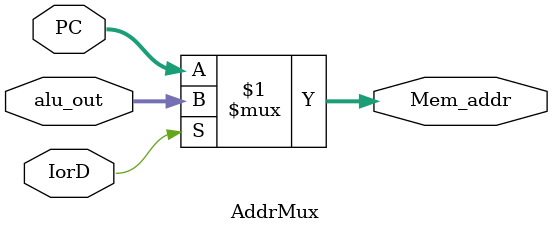
<source format=v>
`timescale 1ns / 1ps
module AddrMux(
    input   [31:0]  PC,
    input   [31:0]  alu_out,
    input   IorD,
    output  [31:0]  Mem_addr
    );
    //IorD: 0:from PC
assign Mem_addr = IorD? alu_out:PC;

endmodule

</source>
